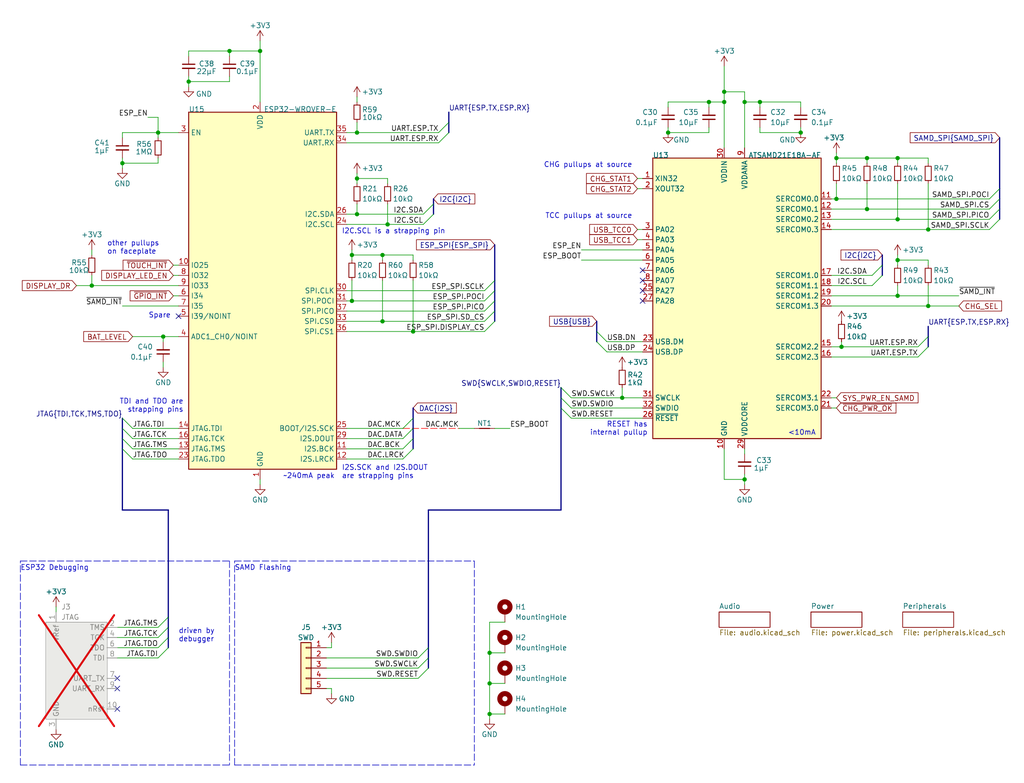
<source format=kicad_sch>
(kicad_sch (version 20230121) (generator eeschema)
  (paper "User" 254.991 194.996)
  (title_block (title "TANGARA") (date "2023-12-21") (rev "4") (company "made by jacqueline") (comment 1 "SPDX-License-Identifier: CERN-OHL-S-2.0"))
  (lib_symbols
    (symbol "Connector_Generic:Conn_01x05" (pin_names (offset 1.016) hide)
      (property "Reference" "J" (at 0 7.62 0))
      (property "Value" "Conn_01x05" (at 0 -7.62 0))
      (symbol "Conn_01x05_1_1"
        (rectangle (start -1.27 -4.953) (end 0 -5.207) (stroke (width 0.1524)))
        (rectangle (start -1.27 -2.413) (end 0 -2.667) (stroke (width 0.1524)))
        (rectangle (start -1.27 0.127) (end 0 -0.127) (stroke (width 0.1524)))
        (rectangle (start -1.27 2.667) (end 0 2.413) (stroke (width 0.1524)))
        (rectangle (start -1.27 5.207) (end 0 4.953) (stroke (width 0.1524)))
        (rectangle (start -1.27 6.35) (end 1.27 -6.35) (stroke (width 0.254)) (fill (type background)))
        (pin passive line (at -5.08 5.08 0) (length 3.81) (name "Pin_1") (number "1"))
        (pin passive line (at -5.08 2.54 0) (length 3.81) (name "Pin_2") (number "2"))
        (pin passive line (at -5.08 0 0) (length 3.81) (name "Pin_3") (number "3"))
        (pin passive line (at -5.08 -2.54 0) (length 3.81) (name "Pin_4") (number "4"))
        (pin passive line (at -5.08 -5.08 0) (length 3.81) (name "Pin_5") (number "5"))
      )
    )
    (symbol "Device:C_Small" (pin_numbers hide) (pin_names (offset 0.254) hide)
      (property "Reference" "C" (at 0.254 1.778 0))
      (property "Value" "C_Small" (at 0.254 -2.032 0))
      (symbol "C_Small_0_1"
        (polyline (pts (xy -1.524 -0.508) (xy 1.524 -0.508)) (stroke (width 0.3302)))
        (polyline (pts (xy -1.524 0.508) (xy 1.524 0.508)) (stroke (width 0.3048)))
      )
      (symbol "C_Small_1_1"
        (pin passive line (at 0 2.54 270) (length 2.032) (name "~") (number "1"))
        (pin passive line (at 0 -2.54 90) (length 2.032) (name "~") (number "2"))
      )
    )
    (symbol "Device:NetTie_2" (pin_numbers hide) (pin_names (offset 0) hide) (in_bom no)
      (property "Reference" "NT" (at 0 1.27 0))
      (property "Value" "NetTie_2" (at 0 -1.27 0))
      (symbol "NetTie_2_0_1"
        (polyline (pts (xy -1.27 0) (xy 1.27 0)) (stroke (width 0.254)))
      )
      (symbol "NetTie_2_1_1"
        (pin passive line (at -2.54 0 0) (length 2.54) (name "1") (number "1"))
        (pin passive line (at 2.54 0 180) (length 2.54) (name "2") (number "2"))
      )
    )
    (symbol "Device:R_Small" (pin_numbers hide) (pin_names (offset 0.254) hide)
      (property "Reference" "R" (at 0.762 0.508 0))
      (property "Value" "R_Small" (at 0.762 -1.016 0))
      (symbol "R_Small_0_1"
        (rectangle (start -0.762 1.778) (end 0.762 -1.778) (stroke (width 0.2032)))
      )
      (symbol "R_Small_1_1"
        (pin passive line (at 0 2.54 270) (length 0.762) (name "~") (number "1"))
        (pin passive line (at 0 -2.54 90) (length 0.762) (name "~") (number "2"))
      )
    )
    (symbol "Mechanical:MountingHole_Pad" (pin_numbers hide) (pin_names (offset 1.016) hide)
      (property "Reference" "H" (at 0 6.35 0))
      (property "Value" "MountingHole_Pad" (at 0 4.445 0))
      (symbol "MountingHole_Pad_0_1"
        (circle (center 0 1.27) (radius 1.27) (stroke (width 1.27)))
      )
      (symbol "MountingHole_Pad_1_1"
        (pin input line (at 0 -2.54 90) (length 2.54) (name "1") (number "1"))
      )
    )
    (symbol "power:+3V3" (power) (pin_names (offset 0))
      (property "Value" "+3V3" (at 0 3.556 0))
      (symbol "+3V3_0_1"
        (polyline (pts (xy -0.762 1.27) (xy 0 2.54)))
        (polyline (pts (xy 0 0) (xy 0 2.54)))
        (polyline (pts (xy 0 2.54) (xy 0.762 1.27)))
      )
      (symbol "+3V3_1_1"
        (pin power_in line (at 0 0 90) (length 0) hide (name "+3V3") (number "1"))
      )
    )
    (symbol "power:GND" (power) (pin_names (offset 0))
      (property "Value" "GND" (at 0 -3.81 0))
      (symbol "GND_0_1"
        (polyline (pts (xy 0 0) (xy 0 -1.27) (xy 1.27 -1.27) (xy 0 -2.54) (xy -1.27 -1.27) (xy 0 -1.27)))
      )
      (symbol "GND_1_1"
        (pin power_in line (at 0 0 270) (length 0) hide (name "GND") (number "1"))
      )
    )
    (symbol "symbols:ATSAMD21E15A-A"
      (property "Reference" "U" (at 0 15.24 0))
      (property "Value" "ATSAMD21E15A-A" (at 0 10.16 0))
      (symbol "ATSAMD21E15A-A_1_1"
        (rectangle (start -20.32 45.72) (end 21.59 -24.13) (stroke (width 0.254)) (fill (type background)))
        (pin bidirectional line (at -22.86 40.64 0) (length 2.54) (name "XIN32") (number "1"))
        (pin power_in line (at -2.54 -26.67 90) (length 2.54) (name "GND") (number "10"))
        (pin bidirectional line (at 24.13 35.56 180) (length 2.54) (name "SERCOM0.0") (number "11"))
        (pin bidirectional line (at 24.13 33.02 180) (length 2.54) (name "SERCOM0.1") (number "12"))
        (pin bidirectional line (at 24.13 30.48 180) (length 2.54) (name "SERCOM0.2") (number "13"))
        (pin bidirectional line (at 24.13 27.94 180) (length 2.54) (name "SERCOM0.3") (number "14"))
        (pin bidirectional line (at 24.13 -1.27 180) (length 2.54) (name "SERCOM2.2") (number "15"))
        (pin bidirectional line (at 24.13 -3.81 180) (length 2.54) (name "SERCOM2.3") (number "16"))
        (pin bidirectional line (at 24.13 16.51 180) (length 2.54) (name "SERCOM1.0") (number "17"))
        (pin bidirectional line (at 24.13 13.97 180) (length 2.54) (name "SERCOM1.1") (number "18"))
        (pin bidirectional line (at 24.13 11.43 180) (length 2.54) (name "SERCOM1.2") (number "19"))
        (pin bidirectional line (at -22.86 38.1 0) (length 2.54) (name "XOUT32") (number "2"))
        (pin bidirectional line (at 24.13 8.89 180) (length 2.54) (name "SERCOM1.3") (number "20"))
        (pin bidirectional line (at 24.13 -16.51 180) (length 2.54) (name "SERCOM3.0") (number "21"))
        (pin bidirectional line (at 24.13 -13.97 180) (length 2.54) (name "SERCOM3.1") (number "22"))
        (pin bidirectional line (at -22.86 0 0) (length 2.54) (name "USB.DM") (number "23"))
        (pin bidirectional line (at -22.86 -2.54 0) (length 2.54) (name "USB.DP") (number "24"))
        (pin bidirectional line (at -22.86 12.7 0) (length 2.54) (name "PA27") (number "25"))
        (pin input line (at -22.86 -19.05 0) (length 2.54) (name "~{RESET}") (number "26"))
        (pin bidirectional line (at -22.86 10.16 0) (length 2.54) (name "PA28") (number "27"))
        (pin power_in line (at -2.54 -26.67 90) (length 2.54) hide (name "GND") (number "28"))
        (pin power_out line (at 2.54 -26.67 90) (length 2.54) (name "VDDCORE") (number "29"))
        (pin bidirectional line (at -22.86 27.94 0) (length 2.54) (name "PA02") (number "3"))
        (pin power_in line (at -2.54 48.26 270) (length 2.54) (name "VDDIN") (number "30"))
        (pin bidirectional line (at -22.86 -13.97 0) (length 2.54) (name "SWCLK") (number "31"))
        (pin bidirectional line (at -22.86 -16.51 0) (length 2.54) (name "SWDIO") (number "32"))
        (pin bidirectional line (at -22.86 25.4 0) (length 2.54) (name "PA03") (number "4"))
        (pin bidirectional line (at -22.86 22.86 0) (length 2.54) (name "PA04") (number "5"))
        (pin bidirectional line (at -22.86 20.32 0) (length 2.54) (name "PA05") (number "6"))
        (pin bidirectional line (at -22.86 17.78 0) (length 2.54) (name "PA06") (number "7"))
        (pin bidirectional line (at -22.86 15.24 0) (length 2.54) (name "PA07") (number "8"))
        (pin power_in line (at 2.54 48.26 270) (length 2.54) (name "VDDANA") (number "9"))
      )
    )
    (symbol "symbols:BMDU"
      (property "Reference" "U" (at -5.08 6.35 0))
      (property "Value" "BMDU" (at -5.08 6.35 0))
      (symbol "BMDU_0_0"
        (pin power_in line (at -5.08 20.32 270) (length 2.54) (name "vRef") (number "1"))
        (pin output line (at 10.16 -3.81 180) (length 2.54) (name "nRst") (number "10"))
        (pin output line (at 10.16 16.51 180) (length 2.54) (name "TMS") (number "2"))
        (pin power_in line (at -5.08 -8.89 90) (length 2.54) (name "GND") (number "3"))
        (pin output line (at 10.16 13.97 180) (length 2.54) (name "TCK") (number "4"))
        (pin power_in line (at -5.08 -8.89 90) (length 2.54) hide (name "GND") (number "5"))
        (pin output line (at 10.16 11.43 180) (length 2.54) (name "TDO") (number "6"))
        (pin output line (at 10.16 3.81 180) (length 2.54) (name "UART_TX") (number "7"))
        (pin input line (at 10.16 8.89 180) (length 2.54) (name "TDI") (number "8"))
        (pin input line (at 10.16 1.27 180) (length 2.54) (name "UART_RX") (number "9"))
      )
      (symbol "BMDU_0_1"
        (rectangle (start -7.62 17.78) (end 7.62 -6.35) (fill (type background)))
      )
    )
    (symbol "symbols:ESP32-WROOM"
      (property "Reference" "U" (at -17.78 34.29 0))
      (property "Value" "ESP32-WROOM" (at -3.81 34.29 0))
      (symbol "ESP32-WROOM_0_1"
        (rectangle (start -17.78 33.02) (end 19.05 -55.88) (stroke (width 0.254)) (fill (type background)))
      )
      (symbol "ESP32-WROOM_1_1"
        (pin power_in line (at 0 -58.42 90) (length 2.54) (name "GND") (number "1"))
        (pin bidirectional line (at -20.32 -5.08 0) (length 2.54) (name "IO25") (number "10"))
        (pin bidirectional line (at 21.59 -50.8 180) (length 2.54) (name "I2S.BCK") (number "11"))
        (pin bidirectional line (at 21.59 -53.34 180) (length 2.54) (name "I2S.LRCK") (number "12"))
        (pin bidirectional line (at -20.32 -50.8 0) (length 2.54) (name "JTAG.TMS") (number "13"))
        (pin bidirectional line (at -20.32 -45.72 0) (length 2.54) (name "JTAG.TDI") (number "14"))
        (pin power_in line (at 0 -58.42 90) (length 2.54) hide (name "GND") (number "15"))
        (pin bidirectional line (at -20.32 -48.26 0) (length 2.54) (name "JTAG.TCK") (number "16"))
        (pin no_connect line (at -17.78 16.51 0) (length 2.54) hide (name "SHD/SD2") (number "17"))
        (pin no_connect line (at -17.78 13.97 0) (length 2.54) hide (name "SWP/SD3") (number "18"))
        (pin no_connect line (at -17.78 8.89 0) (length 2.54) hide (name "SCS/CMD") (number "19"))
        (pin power_in line (at 0 35.56 270) (length 2.54) (name "VDD") (number "2"))
        (pin no_connect line (at -17.78 11.43 0) (length 2.54) hide (name "SCK/CLK") (number "20"))
        (pin no_connect line (at -17.78 21.59 0) (length 2.54) hide (name "SDO/SD0") (number "21"))
        (pin no_connect line (at -17.78 19.05 0) (length 2.54) hide (name "SDI/SD1") (number "22"))
        (pin bidirectional line (at -20.32 -53.34 0) (length 2.54) (name "JTAG.TDO") (number "23"))
        (pin bidirectional line (at 21.59 5.08 180) (length 2.54) (name "I2C.SCL") (number "24"))
        (pin bidirectional line (at 21.59 -45.72 180) (length 2.54) (name "BOOT/I2S.SCK") (number "25"))
        (pin bidirectional line (at 21.59 7.62 180) (length 2.54) (name "I2C.SDA") (number "26"))
        (pin no_connect line (at -17.78 6.35 0) (length 2.54) hide (name "IO16") (number "27"))
        (pin no_connect line (at -17.78 3.81 0) (length 2.54) hide (name "IO17") (number "28"))
        (pin bidirectional line (at 21.59 -48.26 180) (length 2.54) (name "I2S.DOUT") (number "29"))
        (pin input line (at -20.32 27.94 0) (length 2.54) (name "EN") (number "3"))
        (pin bidirectional line (at 21.59 -11.43 180) (length 2.54) (name "SPI.CLK") (number "30"))
        (pin bidirectional line (at 21.59 -13.97 180) (length 2.54) (name "SPI.POCI") (number "31"))
        (pin no_connect line (at -17.78 1.27 0) (length 2.54) hide (name "NC") (number "32"))
        (pin bidirectional line (at 21.59 -19.05 180) (length 2.54) (name "SPI.CS0") (number "33"))
        (pin bidirectional line (at 21.59 25.4 180) (length 2.54) (name "UART.RX") (number "34"))
        (pin bidirectional line (at 21.59 27.94 180) (length 2.54) (name "UART.TX") (number "35"))
        (pin bidirectional line (at 21.59 -21.59 180) (length 2.54) (name "SPI.CS1") (number "36"))
        (pin bidirectional line (at 21.59 -16.51 180) (length 2.54) (name "SPI.PICO") (number "37"))
        (pin power_in line (at 0 -58.42 90) (length 2.54) hide (name "GND") (number "38"))
        (pin power_in line (at 0 -58.42 90) (length 2.54) hide (name "GND") (number "39"))
        (pin input line (at -20.32 -22.86 0) (length 2.54) (name "ADC1_CH0/NOINT") (number "4"))
        (pin input line (at -20.32 -17.78 0) (length 2.54) (name "I39/NOINT") (number "5"))
        (pin input line (at -20.32 -12.7 0) (length 2.54) (name "I34") (number "6"))
        (pin input line (at -20.32 -15.24 0) (length 2.54) (name "I35") (number "7"))
        (pin bidirectional line (at -20.32 -7.62 0) (length 2.54) (name "IO32") (number "8"))
        (pin bidirectional line (at -20.32 -10.16 0) (length 2.54) (name "IO33") (number "9"))
      )
    )
  )
  (bus_alias "ESP_SPI" (members "SCLK" "POCI" "PICO" "SD_CS" "DISPLAY_CS"))
  (bus_alias "I2C" (members "SDA" "SCL"))
  (bus_alias "I2S" (members "MCK" "BCK" "LRCK" "DATA"))
  (bus_alias "USB" (members "DN" "DP"))
  (bus_alias "SAMD_SPI" (members "SCLK" "POCI" "PICO" "CS"))
  (junction (at 223.52 54.61))
  (junction (at 208.28 49.53))
  (junction (at 96.52 55.88))
  (junction (at 88.9 33.02))
  (junction (at 88.9 44.45))
  (junction (at 223.52 73.66))
  (junction (at 231.14 57.15))
  (junction (at 57.15 12.7))
  (junction (at 102.87 82.55))
  (junction (at 180.34 22.86))
  (junction (at 64.77 12.7))
  (junction (at 87.63 74.93))
  (junction (at 208.28 39.37))
  (junction (at 22.86 71.12))
  (junction (at 185.42 25.4))
  (junction (at 88.9 53.34))
  (junction (at 199.39 33.02))
  (junction (at 215.9 52.07))
  (junction (at 40.64 83.82))
  (junction (at 231.14 76.2))
  (junction (at 154.94 99.06))
  (junction (at 215.9 39.37))
  (junction (at 223.52 39.37))
  (junction (at 30.48 40.64))
  (junction (at 176.53 25.4))
  (junction (at 95.25 80.01))
  (junction (at 39.37 33.02))
  (junction (at 46.99 20.32))
  (junction (at 121.92 162.56))
  (junction (at 189.23 25.4))
  (junction (at 180.34 25.4))
  (junction (at 223.52 64.77))
  (junction (at 166.37 33.02))
  (junction (at 209.55 86.36))
  (junction (at 121.92 177.8))
  (junction (at 95.25 63.5))
  (junction (at 121.92 170.18))
  (junction (at 87.63 63.5))
  (junction (at 185.42 119.38))
  (no_connect (at 160.02 69.85))
  (no_connect (at 44.45 78.74))
  (no_connect (at 160.02 67.31))
  (no_connect (at 160.02 74.93))
  (no_connect (at 29.21 176.53))
  (no_connect (at 29.21 168.91))
  (no_connect (at 160.02 72.39))
  (no_connect (at 29.21 171.45))
  (bus_entry (at 102.87 104.14) (size -2.54 2.54))
  (bus_entry (at 139.7 96.52) (size 2.54 2.54))
  (bus_entry (at 139.7 99.06) (size 2.54 2.54))
  (bus_entry (at 139.7 101.6) (size 2.54 2.54))
  (bus_entry (at 30.48 111.76) (size 2.54 2.54))
  (bus_entry (at 30.48 104.14) (size 2.54 2.54))
  (bus_entry (at 30.48 106.68) (size 2.54 2.54))
  (bus_entry (at 30.48 109.22) (size 2.54 2.54))
  (bus_entry (at 246.38 54.61) (size 2.54 -2.54))
  (bus_entry (at 246.38 52.07) (size 2.54 -2.54))
  (bus_entry (at 246.38 49.53) (size 2.54 -2.54))
  (bus_entry (at 104.14 163.83) (size 2.54 -2.54))
  (bus_entry (at 120.65 74.93) (size 2.54 -2.54))
  (bus_entry (at 120.65 72.39) (size 2.54 -2.54))
  (bus_entry (at 120.65 77.47) (size 2.54 -2.54))
  (bus_entry (at 120.65 82.55) (size 2.54 -2.54))
  (bus_entry (at 120.65 80.01) (size 2.54 -2.54))
  (bus_entry (at 109.22 35.56) (size 2.54 -2.54))
  (bus_entry (at 109.22 33.02) (size 2.54 -2.54))
  (bus_entry (at 39.37 158.75) (size 2.54 -2.54))
  (bus_entry (at 39.37 161.29) (size 2.54 -2.54))
  (bus_entry (at 39.37 156.21) (size 2.54 -2.54))
  (bus_entry (at 39.37 163.83) (size 2.54 -2.54))
  (bus_entry (at 104.14 168.91) (size 2.54 -2.54))
  (bus_entry (at 217.17 68.58) (size 2.54 -2.54))
  (bus_entry (at 246.38 57.15) (size 2.54 -2.54))
  (bus_entry (at 100.33 109.22) (size 2.54 -2.54))
  (bus_entry (at 100.33 114.3) (size 2.54 -2.54))
  (bus_entry (at 100.33 111.76) (size 2.54 -2.54))
  (bus_entry (at 217.17 71.12) (size 2.54 -2.54))
  (bus_entry (at 105.41 53.34) (size 2.54 -2.54))
  (bus_entry (at 105.41 55.88) (size 2.54 -2.54))
  (bus_entry (at 228.6 86.36) (size 2.54 -2.54))
  (bus_entry (at 228.6 88.9) (size 2.54 -2.54))
  (bus_entry (at 104.14 166.37) (size 2.54 -2.54))
  (bus_entry (at 148.59 85.09) (size 2.54 2.54))
  (bus_entry (at 148.59 82.55) (size 2.54 2.54))
  (bus (pts (xy 30.48 104.14) (xy 30.48 106.68)))
  (wire (pts (xy 231.14 71.12) (xy 231.14 76.2)))
  (wire (pts (xy 180.34 119.38) (xy 185.42 119.38)))
  (wire (pts (xy 207.01 71.12) (xy 217.17 71.12)))
  (bus (pts (xy 248.92 52.07) (xy 248.92 54.61)))
  (wire (pts (xy 87.63 69.85) (xy 87.63 74.93)))
  (wire (pts (xy 223.52 64.77) (xy 231.14 64.77)))
  (wire (pts (xy 39.37 39.37) (xy 39.37 40.64)))
  (wire (pts (xy 189.23 33.02) (xy 189.23 31.75)))
  (wire (pts (xy 121.92 162.56) (xy 121.92 170.18)))
  (bus (pts (xy 102.87 104.14) (xy 102.87 106.68)))
  (wire (pts (xy 33.02 83.82) (xy 40.64 83.82)))
  (wire (pts (xy 102.87 63.5) (xy 102.87 64.77)))
  (wire (pts (xy 154.94 99.06) (xy 160.02 99.06)))
  (wire (pts (xy 19.05 71.12) (xy 22.86 71.12)))
  (polyline (pts (xy 118.11 139.7) (xy 118.11 190.5)) (stroke (width 0) (type dash)))
  (wire (pts (xy 87.63 74.93) (xy 120.65 74.93)))
  (wire (pts (xy 151.13 87.63) (xy 160.02 87.63)))
  (bus (pts (xy 41.91 153.67) (xy 41.91 156.21)))
  (wire (pts (xy 209.55 85.09) (xy 209.55 86.36)))
  (wire (pts (xy 199.39 25.4) (xy 199.39 26.67)))
  (wire (pts (xy 223.52 39.37) (xy 231.14 39.37)))
  (wire (pts (xy 81.28 166.37) (xy 104.14 166.37)))
  (wire (pts (xy 57.15 12.7) (xy 64.77 12.7)))
  (wire (pts (xy 86.36 72.39) (xy 120.65 72.39)))
  (wire (pts (xy 125.73 154.94) (xy 121.92 154.94)))
  (wire (pts (xy 142.24 99.06) (xy 154.94 99.06)))
  (wire (pts (xy 40.64 85.09) (xy 40.64 83.82)))
  (bus (pts (xy 148.59 80.01) (xy 148.59 82.55)))
  (wire (pts (xy 30.48 40.64) (xy 39.37 40.64)))
  (wire (pts (xy 82.55 160.02) (xy 82.55 161.29)))
  (bus (pts (xy 102.87 106.68) (xy 102.87 109.22)))
  (bus (pts (xy 139.7 96.52) (xy 139.7 99.06)))
  (bus (pts (xy 111.76 30.48) (xy 111.76 33.02)))
  (wire (pts (xy 207.01 76.2) (xy 231.14 76.2)))
  (wire (pts (xy 176.53 25.4) (xy 166.37 25.4)))
  (wire (pts (xy 158.75 57.15) (xy 160.02 57.15)))
  (wire (pts (xy 30.48 39.37) (xy 30.48 40.64)))
  (wire (pts (xy 158.75 46.99) (xy 160.02 46.99)))
  (wire (pts (xy 223.52 64.77) (xy 223.52 66.04)))
  (polyline (pts (xy 58.42 139.7) (xy 118.11 139.7)) (stroke (width 0) (type dash)))
  (wire (pts (xy 36.83 29.21) (xy 39.37 29.21)))
  (wire (pts (xy 114.3 106.68) (xy 118.11 106.68)))
  (wire (pts (xy 223.52 54.61) (xy 246.38 54.61)))
  (wire (pts (xy 151.13 85.09) (xy 160.02 85.09)))
  (wire (pts (xy 64.77 12.7) (xy 64.77 25.4)))
  (wire (pts (xy 180.34 22.86) (xy 180.34 25.4)))
  (wire (pts (xy 231.14 76.2) (xy 238.76 76.2)))
  (wire (pts (xy 95.25 69.85) (xy 95.25 80.01)))
  (wire (pts (xy 158.75 44.45) (xy 160.02 44.45)))
  (wire (pts (xy 82.55 172.72) (xy 82.55 171.45)))
  (wire (pts (xy 223.52 45.72) (xy 223.52 54.61)))
  (wire (pts (xy 215.9 40.64) (xy 215.9 39.37)))
  (wire (pts (xy 121.92 177.8) (xy 121.92 179.07)))
  (wire (pts (xy 185.42 25.4) (xy 185.42 36.83)))
  (wire (pts (xy 33.02 109.22) (xy 44.45 109.22)))
  (wire (pts (xy 207.01 73.66) (xy 223.52 73.66)))
  (bus (pts (xy 219.71 66.04) (xy 219.71 68.58)))
  (wire (pts (xy 208.28 45.72) (xy 208.28 49.53)))
  (wire (pts (xy 207.01 68.58) (xy 217.17 68.58)))
  (wire (pts (xy 207.01 52.07) (xy 215.9 52.07)))
  (wire (pts (xy 123.19 106.68) (xy 127 106.68)))
  (wire (pts (xy 13.97 151.13) (xy 13.97 152.4)))
  (wire (pts (xy 81.28 168.91) (xy 104.14 168.91)))
  (wire (pts (xy 64.77 10.16) (xy 64.77 12.7)))
  (bus (pts (xy 139.7 99.06) (xy 139.7 101.6)))
  (bus (pts (xy 106.68 163.83) (xy 106.68 166.37)))
  (wire (pts (xy 154.94 96.52) (xy 154.94 99.06)))
  (wire (pts (xy 33.02 106.68) (xy 44.45 106.68)))
  (wire (pts (xy 22.86 62.23) (xy 22.86 63.5)))
  (polyline (pts (xy 5.08 190.5) (xy 5.08 139.7)) (stroke (width 0) (type dash)))
  (wire (pts (xy 87.63 63.5) (xy 95.25 63.5)))
  (wire (pts (xy 33.02 111.76) (xy 44.45 111.76)))
  (wire (pts (xy 46.99 21.59) (xy 46.99 20.32)))
  (wire (pts (xy 176.53 25.4) (xy 176.53 26.67)))
  (wire (pts (xy 57.15 19.05) (xy 57.15 20.32)))
  (wire (pts (xy 223.52 40.64) (xy 223.52 39.37)))
  (wire (pts (xy 46.99 12.7) (xy 46.99 13.97)))
  (wire (pts (xy 166.37 25.4) (xy 166.37 26.67)))
  (bus (pts (xy 123.19 77.47) (xy 123.19 74.93)))
  (wire (pts (xy 86.36 114.3) (xy 100.33 114.3)))
  (wire (pts (xy 207.01 86.36) (xy 209.55 86.36)))
  (wire (pts (xy 88.9 50.8) (xy 88.9 53.34)))
  (wire (pts (xy 189.23 33.02) (xy 199.39 33.02)))
  (bus (pts (xy 102.87 109.22) (xy 102.87 111.76)))
  (wire (pts (xy 142.24 101.6) (xy 160.02 101.6)))
  (bus (pts (xy 139.7 101.6) (xy 139.7 127)))
  (wire (pts (xy 144.78 62.23) (xy 160.02 62.23)))
  (wire (pts (xy 29.21 158.75) (xy 39.37 158.75)))
  (bus (pts (xy 30.48 109.22) (xy 30.48 111.76)))
  (wire (pts (xy 46.99 12.7) (xy 57.15 12.7)))
  (wire (pts (xy 33.02 114.3) (xy 44.45 114.3)))
  (wire (pts (xy 88.9 30.48) (xy 88.9 33.02)))
  (wire (pts (xy 102.87 69.85) (xy 102.87 82.55)))
  (wire (pts (xy 231.14 39.37) (xy 231.14 40.64)))
  (wire (pts (xy 86.36 53.34) (xy 88.9 53.34)))
  (wire (pts (xy 185.42 22.86) (xy 185.42 25.4)))
  (wire (pts (xy 86.36 77.47) (xy 120.65 77.47)))
  (bus (pts (xy 148.59 82.55) (xy 148.59 85.09)))
  (wire (pts (xy 208.28 38.1) (xy 208.28 39.37)))
  (polyline (pts (xy 58.42 190.5) (xy 58.42 139.7)) (stroke (width 0) (type dash)))
  (wire (pts (xy 29.21 161.29) (xy 39.37 161.29)))
  (wire (pts (xy 87.63 63.5) (xy 87.63 64.77)))
  (wire (pts (xy 185.42 118.11) (xy 185.42 119.38)))
  (wire (pts (xy 29.21 163.83) (xy 39.37 163.83)))
  (wire (pts (xy 208.28 49.53) (xy 207.01 49.53)))
  (wire (pts (xy 121.92 154.94) (xy 121.92 162.56)))
  (wire (pts (xy 231.14 45.72) (xy 231.14 57.15)))
  (bus (pts (xy 139.7 127) (xy 106.68 127)))
  (wire (pts (xy 88.9 24.13) (xy 88.9 25.4)))
  (polyline (pts (xy 58.42 190.5) (xy 118.11 190.5)) (stroke (width 0) (type dash)))
  (wire (pts (xy 208.28 99.06) (xy 207.01 99.06)))
  (wire (pts (xy 81.28 163.83) (xy 104.14 163.83)))
  (wire (pts (xy 43.18 66.04) (xy 44.45 66.04)))
  (wire (pts (xy 231.14 57.15) (xy 246.38 57.15)))
  (wire (pts (xy 86.36 33.02) (xy 88.9 33.02)))
  (wire (pts (xy 88.9 53.34) (xy 105.41 53.34)))
  (wire (pts (xy 199.39 31.75) (xy 199.39 33.02)))
  (wire (pts (xy 180.34 22.86) (xy 185.42 22.86)))
  (wire (pts (xy 223.52 63.5) (xy 223.52 64.77)))
  (wire (pts (xy 215.9 45.72) (xy 215.9 52.07)))
  (wire (pts (xy 64.77 119.38) (xy 64.77 120.65)))
  (wire (pts (xy 180.34 16.51) (xy 180.34 22.86)))
  (wire (pts (xy 29.21 156.21) (xy 39.37 156.21)))
  (wire (pts (xy 207.01 54.61) (xy 223.52 54.61)))
  (wire (pts (xy 215.9 52.07) (xy 246.38 52.07)))
  (wire (pts (xy 207.01 88.9) (xy 228.6 88.9)))
  (bus (pts (xy 123.19 60.96) (xy 123.19 69.85)))
  (wire (pts (xy 30.48 40.64) (xy 30.48 41.91)))
  (wire (pts (xy 166.37 31.75) (xy 166.37 33.02)))
  (bus (pts (xy 123.19 80.01) (xy 123.19 77.47)))
  (wire (pts (xy 121.92 170.18) (xy 121.92 177.8)))
  (bus (pts (xy 123.19 74.93) (xy 123.19 72.39)))
  (wire (pts (xy 208.28 39.37) (xy 215.9 39.37)))
  (bus (pts (xy 107.95 50.8) (xy 107.95 53.34)))
  (wire (pts (xy 30.48 33.02) (xy 39.37 33.02)))
  (bus (pts (xy 111.76 27.94) (xy 111.76 30.48)))
  (wire (pts (xy 102.87 82.55) (xy 120.65 82.55)))
  (wire (pts (xy 208.28 40.64) (xy 208.28 39.37)))
  (wire (pts (xy 22.86 68.58) (xy 22.86 71.12)))
  (wire (pts (xy 95.25 63.5) (xy 95.25 64.77)))
  (wire (pts (xy 88.9 33.02) (xy 109.22 33.02)))
  (wire (pts (xy 223.52 73.66) (xy 238.76 73.66)))
  (wire (pts (xy 88.9 45.72) (xy 88.9 44.45)))
  (wire (pts (xy 215.9 39.37) (xy 223.52 39.37)))
  (wire (pts (xy 180.34 111.76) (xy 180.34 119.38)))
  (wire (pts (xy 86.36 82.55) (xy 102.87 82.55)))
  (wire (pts (xy 144.78 64.77) (xy 160.02 64.77)))
  (wire (pts (xy 86.36 55.88) (xy 96.52 55.88)))
  (polyline (pts (xy 100.33 106.68) (xy 114.3 106.68)) (stroke (width 0) (type dash) (color 255 6 6 1)))
  (wire (pts (xy 30.48 34.29) (xy 30.48 33.02)))
  (polyline (pts (xy 5.08 139.7) (xy 57.15 139.7)) (stroke (width 0) (type dash)))
  (wire (pts (xy 22.86 71.12) (xy 44.45 71.12)))
  (wire (pts (xy 86.36 106.68) (xy 100.33 106.68)))
  (bus (pts (xy 123.19 72.39) (xy 123.19 69.85)))
  (wire (pts (xy 86.36 109.22) (xy 100.33 109.22)))
  (wire (pts (xy 96.52 50.8) (xy 96.52 55.88)))
  (wire (pts (xy 43.18 68.58) (xy 44.45 68.58)))
  (wire (pts (xy 180.34 25.4) (xy 180.34 36.83)))
  (wire (pts (xy 185.42 25.4) (xy 189.23 25.4)))
  (bus (pts (xy 106.68 127) (xy 106.68 161.29)))
  (wire (pts (xy 207.01 57.15) (xy 231.14 57.15)))
  (bus (pts (xy 231.14 83.82) (xy 231.14 86.36)))
  (bus (pts (xy 41.91 156.21) (xy 41.91 158.75)))
  (wire (pts (xy 121.92 170.18) (xy 125.73 170.18)))
  (wire (pts (xy 208.28 49.53) (xy 246.38 49.53)))
  (wire (pts (xy 88.9 43.18) (xy 88.9 44.45)))
  (wire (pts (xy 189.23 25.4) (xy 199.39 25.4)))
  (wire (pts (xy 231.14 64.77) (xy 231.14 66.04)))
  (wire (pts (xy 121.92 177.8) (xy 125.73 177.8)))
  (wire (pts (xy 88.9 44.45) (xy 96.52 44.45)))
  (wire (pts (xy 40.64 83.82) (xy 44.45 83.82)))
  (bus (pts (xy 107.95 49.53) (xy 107.95 50.8)))
  (wire (pts (xy 82.55 171.45) (xy 81.28 171.45)))
  (wire (pts (xy 46.99 20.32) (xy 57.15 20.32)))
  (bus (pts (xy 248.92 46.99) (xy 248.92 49.53)))
  (wire (pts (xy 176.53 33.02) (xy 176.53 31.75)))
  (wire (pts (xy 82.55 161.29) (xy 81.28 161.29)))
  (bus (pts (xy 30.48 106.68) (xy 30.48 109.22)))
  (wire (pts (xy 57.15 12.7) (xy 57.15 13.97)))
  (bus (pts (xy 102.87 101.6) (xy 102.87 104.14)))
  (wire (pts (xy 39.37 33.02) (xy 44.45 33.02)))
  (bus (pts (xy 248.92 49.53) (xy 248.92 52.07)))
  (bus (pts (xy 30.48 111.76) (xy 30.48 127)))
  (wire (pts (xy 180.34 25.4) (xy 176.53 25.4)))
  (wire (pts (xy 185.42 113.03) (xy 185.42 111.76)))
  (wire (pts (xy 46.99 20.32) (xy 46.99 19.05)))
  (wire (pts (xy 223.52 71.12) (xy 223.52 73.66)))
  (wire (pts (xy 95.25 63.5) (xy 102.87 63.5)))
  (wire (pts (xy 39.37 34.29) (xy 39.37 33.02)))
  (bus (pts (xy 30.48 127) (xy 41.91 127)))
  (wire (pts (xy 185.42 119.38) (xy 185.42 120.65)))
  (wire (pts (xy 86.36 35.56) (xy 109.22 35.56)))
  (wire (pts (xy 189.23 25.4) (xy 189.23 26.67)))
  (bus (pts (xy 219.71 63.5) (xy 219.71 66.04)))
  (wire (pts (xy 96.52 55.88) (xy 105.41 55.88)))
  (wire (pts (xy 95.25 80.01) (xy 120.65 80.01)))
  (wire (pts (xy 86.36 111.76) (xy 100.33 111.76)))
  (polyline (pts (xy 5.08 190.5) (xy 57.15 190.5)) (stroke (width 0) (type dash)))
  (wire (pts (xy 86.36 80.01) (xy 95.25 80.01)))
  (wire (pts (xy 43.18 73.66) (xy 44.45 73.66)))
  (wire (pts (xy 176.53 33.02) (xy 166.37 33.02)))
  (wire (pts (xy 121.92 162.56) (xy 125.73 162.56)))
  (wire (pts (xy 40.64 91.44) (xy 40.64 90.17)))
  (polyline (pts (xy 57.15 139.7) (xy 57.15 190.5)) (stroke (width 0) (type dash)))
  (wire (pts (xy 86.36 74.93) (xy 87.63 74.93)))
  (bus (pts (xy 106.68 161.29) (xy 106.68 163.83)))
  (wire (pts (xy 30.48 76.2) (xy 44.45 76.2)))
  (wire (pts (xy 158.75 59.69) (xy 160.02 59.69)))
  (bus (pts (xy 41.91 127) (xy 41.91 153.67)))
  (bus (pts (xy 248.92 34.29) (xy 248.92 46.99)))
  (wire (pts (xy 209.55 86.36) (xy 228.6 86.36)))
  (wire (pts (xy 87.63 62.23) (xy 87.63 63.5)))
  (wire (pts (xy 142.24 104.14) (xy 160.02 104.14)))
  (wire (pts (xy 208.28 101.6) (xy 207.01 101.6)))
  (bus (pts (xy 41.91 158.75) (xy 41.91 161.29)))
  (wire (pts (xy 39.37 33.02) (xy 39.37 29.21)))
  (wire (pts (xy 96.52 44.45) (xy 96.52 45.72)))
  (bus (pts (xy 231.14 81.28) (xy 231.14 83.82)))
  (text "<10mA" (at 196.215 108.585 0) (effects (font (size 1.27 1.27)) (justify left bottom)))
  (text "TCC pullups at source" (at 157.48 54.61 0) (effects (font (size 1.27 1.27)) (justify right bottom)))
  (text "CHG pullups at source" (at 157.48 41.91 0) (effects (font (size 1.27 1.27)) (justify right bottom)))
  (text "driven by\ndebugger" (at 44.45 160.02 0) (effects (font (size 1.27 1.27)) (justify left bottom)))
  (text "~240mA peak" (at 70.485 119.38 0) (effects (font (size 1.27 1.27)) (justify left bottom)))
  (text "Spare" (at 42.545 79.375 0) (effects (font (size 1.27 1.27)) (justify right bottom)))
  (text "RESET has\ninternal pullup" (at 161.29 108.585 0) (effects (font (size 1.27 1.27)) (justify right bottom)))
  (text "SAMD Flashing" (at 58.42 142.24 0) (effects (font (size 1.27 1.27)) (justify left bottom)))
  (text "I2S.SCK and I2S.DOUT\nare strapping pins" (at 85.09 119.38 0) (effects (font (size 1.27 1.27)) (justify left bottom)))
  (text "ESP32 Debugging" (at 5.08 142.24 0) (effects (font (size 1.27 1.27)) (justify left bottom)))
  (text "other pullups\non faceplate" (at 26.67 63.5 0) (effects (font (size 1.27 1.27)) (justify left bottom)))
  (text "I2C.SCL is a strapping pin" (at 85.09 58.42 0) (effects (font (size 1.27 1.27)) (justify left bottom)))
  (text "TDI and TDO are\nstrapping pins" (at 45.72 102.87 0) (effects (font (size 1.27 1.27)) (justify right bottom)))
  (label "~{SAMD_INT}" (at 238.76 73.66 0))
  (label "UART.ESP.TX" (at 109.22 33.02 180))
  (label "DAC.BCK" (at 91.44 111.76 0))
  (label "JTAG.TCK" (at 39.37 158.75 180))
  (label "UART{ESP.TX,ESP.RX}" (at 231.14 81.28 0))
  (label "ESP_BOOT" (at 144.78 64.77 180))
  (label "ESP_SPI.DISPLAY_CS" (at 120.65 82.55 180))
  (label "SAMD_SPI.SCLK" (at 246.38 57.15 180))
  (label "I2C.SCL" (at 215.9 71.12 180))
  (label "DAC.MCK" (at 91.44 106.68 0))
  (label "I2C.SDA" (at 105.41 53.34 180))
  (label "SWD.SWCLK" (at 142.24 99.06 0))
  (label "ESP_SPI.SCLK" (at 120.65 72.39 180))
  (label "JTAG.TDO" (at 39.37 161.29 180))
  (label "JTAG.TCK" (at 33.02 109.22 0))
  (label "DAC.MCK" (at 114.3 106.68 180))
  (label "SAMD_SPI.PICO" (at 246.38 54.61 180))
  (label "SWD.RESET" (at 142.24 104.14 0))
  (label "SWD{SWCLK,SWDIO,RESET}" (at 139.7 96.52 180))
  (label "SWD.SWDIO" (at 142.24 101.6 0))
  (label "SWD.RESET" (at 104.14 168.91 180))
  (label "JTAG.TDO" (at 33.02 114.3 0))
  (label "I2C.SCL" (at 105.41 55.88 180))
  (label "ESP_SPI.POCI" (at 120.65 74.93 180))
  (label "SAMD_SPI.CS" (at 246.38 52.07 180))
  (label "UART{ESP.TX,ESP.RX}" (at 111.76 27.94 0))
  (label "ESP_EN" (at 144.78 62.23 180))
  (label "~{SAMD_INT}" (at 30.48 76.2 180))
  (label "JTAG{TDI,TCK,TMS,TDO}" (at 30.48 104.14 180))
  (label "ESP_SPI.PICO" (at 120.65 77.47 180))
  (label "DAC.DATA" (at 91.44 109.22 0))
  (label "UART.ESP.RX" (at 109.22 35.56 180))
  (label "JTAG.TDI" (at 39.37 163.83 180))
  (label "UART.ESP.TX" (at 228.6 88.9 180))
  (label "SWD.SWCLK" (at 104.14 166.37 180))
  (label "SWD.SWDIO" (at 104.14 163.83 180))
  (label "UART.ESP.RX" (at 228.6 86.36 180))
  (label "SAMD_SPI.POCI" (at 246.38 49.53 180))
  (label "USB.DN" (at 151.13 85.09 0))
  (label "USB.DP" (at 151.13 87.63 0))
  (label "ESP_EN" (at 36.83 29.21 180))
  (label "JTAG.TDI" (at 33.02 106.68 0))
  (label "JTAG.TMS" (at 39.37 156.21 180))
  (label "I2C.SDA" (at 215.9 68.58 180))
  (label "JTAG.TMS" (at 33.02 111.76 0))
  (label "DAC.LRCK" (at 91.44 114.3 0))
  (label "ESP_SPI.SD_CS" (at 120.65 80.01 180))
  (label "ESP_BOOT" (at 127 106.68 0))
  (global_label "~{GPIO_INT}" (shape input) (at 43.18 73.66 180) (property "Intersheetrefs" "${INTERSHEET_REFS}" (effects hide)))
  (global_label "BAT_LEVEL" (shape input) (at 33.02 83.82 180) (property "Intersheetrefs" "${INTERSHEET_REFS}" (effects hide)))
  (global_label "SAMD_SPI{SAMD_SPI}" (shape input) (at 248.92 34.29 180) (property "Intersheetrefs" "${INTERSHEET_REFS}" (effects hide)))
  (global_label "USB{USB}" (shape input) (at 148.59 80.01 180) (property "Intersheetrefs" "${INTERSHEET_REFS}" (effects hide)))
  (global_label "DISPLAY_LED_EN" (shape input) (at 43.18 68.58 180) (property "Intersheetrefs" "${INTERSHEET_REFS}" (effects hide)))
  (global_label "SYS_PWR_EN_SAMD" (shape input) (at 208.28 99.06 0) (property "Intersheetrefs" "${INTERSHEET_REFS}" (effects hide)))
  (global_label "USB_TCC1" (shape input) (at 158.75 59.69 180) (property "Intersheetrefs" "${INTERSHEET_REFS}" (effects hide)))
  (global_label "I2C{I2C}" (shape input) (at 107.95 49.53 0) (property "Intersheetrefs" "${INTERSHEET_REFS}" (effects hide)))
  (global_label "DISPLAY_DR" (shape input) (at 19.05 71.12 180) (property "Intersheetrefs" "${INTERSHEET_REFS}" (effects hide)))
  (global_label "DAC{I2S}" (shape input) (at 102.87 101.6 0) (property "Intersheetrefs" "${INTERSHEET_REFS}" (effects hide)))
  (global_label "I2C{I2C}" (shape input) (at 219.71 63.5 180) (property "Intersheetrefs" "${INTERSHEET_REFS}" (effects hide)))
  (global_label "~{TOUCH_INT}" (shape input) (at 43.18 66.04 180) (property "Intersheetrefs" "${INTERSHEET_REFS}" (effects hide)))
  (global_label "USB_TCC0" (shape input) (at 158.75 57.15 180) (property "Intersheetrefs" "${INTERSHEET_REFS}" (effects hide)))
  (global_label "ESP_SPI{ESP_SPI}" (shape input) (at 123.19 60.96 180) (property "Intersheetrefs" "${INTERSHEET_REFS}" (effects hide)))
  (global_label "~{CHG_PWR_OK}" (shape input) (at 208.28 101.6 0) (property "Intersheetrefs" "${INTERSHEET_REFS}" (effects hide)))
  (global_label "CHG_STAT1" (shape input) (at 158.75 44.45 180) (property "Intersheetrefs" "${INTERSHEET_REFS}" (effects hide)))
  (global_label "CHG_SEL" (shape input) (at 238.76 76.2 0) (property "Intersheetrefs" "${INTERSHEET_REFS}" (effects hide)))
  (global_label "CHG_STAT2" (shape input) (at 158.75 46.99 180) (property "Intersheetrefs" "${INTERSHEET_REFS}" (effects hide)))
  (symbol (lib_id "Device:R_Small") (at 88.9 48.26 0) (unit 1)
    (property "Reference" "R21" (at 90.17 46.99 0) (effects (justify left)))
    (property "Value" "10kΩ" (at 90.17 49.53 0) (effects (justify left)))
    (property "Footprint" "Resistor_SMD:R_0603_1608Metric" (effects hide))
    (property "MPN" "AC0603JR-0710KL" (effects hide))
  )
  (symbol (lib_id "power:+3V3") (at 13.97 151.13 0) (unit 1)
    (property "Reference" "#PWR0101" (effects hide))
    (property "Value" "+3V3" (at 13.97 147.32 0))
  )
  (symbol (lib_id "Device:R_Small") (at 215.9 43.18 0) (unit 1)
    (property "Reference" "R48" (at 217.17 41.91 0) (effects (justify left)))
    (property "Value" "10kΩ" (at 217.17 44.45 0) (effects (justify left)))
    (property "Footprint" "Resistor_SMD:R_0603_1608Metric" (effects hide))
    (property "MPN" "AC0603JR-0710KL" (effects hide))
  )
  (symbol (lib_id "Mechanical:MountingHole_Pad") (at 125.73 175.26 0) (unit 1) (in_bom no)
    (property "Reference" "H4" (at 128.27 173.9899 0) (effects (justify left)))
    (property "Value" "MountingHole" (at 128.27 176.5299 0) (effects (justify left)))
    (property "Footprint" "footprints:MountingHole_2.2mm_M2_Pad_Via2" (effects hide))
  )
  (symbol (lib_id "power:+3V3") (at 82.55 160.02 0) (unit 1)
    (property "Reference" "#PWR0115" (effects hide))
    (property "Value" "+3V3" (at 82.55 156.21 0))
  )
  (symbol (lib_id "power:GND") (at 121.92 179.07 0) (unit 1)
    (property "Reference" "#PWR054" (effects hide))
    (property "Value" "GND" (at 121.92 182.88 0))
  )
  (symbol (lib_id "symbols:ESP32-WROOM") (at 64.77 60.96 0) (unit 1)
    (property "Reference" "U15" (at 46.99 27.94 0) (effects (justify left bottom)))
    (property "Value" "ESP32-WROVER-E" (at 83.82 27.94 0) (effects (justify right bottom)))
    (property "Footprint" "footprints:ESP32-WROVER" (effects hide))
    (property "Datasheet" "https://www.espressif.com/sites/default/files/documentation/esp32-wroom-32d_esp32-wroom-32u_datasheet_en.pdf" (effects hide))
    (property "MPN" "ESP32-WROVER-E-N16R8" (effects hide))
  )
  (symbol (lib_id "Device:C_Small") (at 46.99 16.51 0) (unit 1)
    (property "Reference" "C38" (at 51.435 15.875 0))
    (property "Value" "22μF" (at 51.435 17.78 0))
    (property "Footprint" "Capacitor_SMD:C_1206_3216Metric" (effects hide))
    (property "MPN" "GRM319R61C226KE15D" (effects hide))
  )
  (symbol (lib_id "power:+3V3") (at 64.77 10.16 0) (unit 1)
    (property "Reference" "#PWR0108" (effects hide))
    (property "Value" "+3V3" (at 64.77 6.35 0))
  )
  (symbol (lib_id "power:GND") (at 185.42 120.65 0) (unit 1)
    (property "Reference" "#PWR0121" (effects hide))
    (property "Value" "GND" (at 185.42 124.46 0))
  )
  (symbol (lib_id "Device:C_Small") (at 30.48 36.83 0) (unit 1)
    (property "Reference" "C41" (at 25.4 35.56 0))
    (property "Value" "1μF" (at 25.4 37.465 0))
    (property "Footprint" "Capacitor_SMD:C_0805_2012Metric" (effects hide))
    (property "MPN" "GRM216R61C105KA88D" (effects hide))
  )
  (symbol (lib_id "power:GND") (at 13.97 181.61 0) (unit 1)
    (property "Reference" "#PWR0102" (effects hide))
    (property "Value" "GND" (at 13.97 185.42 0))
  )
  (symbol (lib_id "power:GND") (at 64.77 120.65 0) (unit 1)
    (property "Reference" "#PWR0109" (effects hide))
    (property "Value" "GND" (at 64.77 124.46 0))
  )
  (symbol (lib_id "power:+3V3") (at 209.55 80.01 0) (unit 1)
    (property "Reference" "#PWR0124" (effects hide))
    (property "Value" "+3V3" (at 213.36 78.74 0))
  )
  (symbol (lib_id "Device:R_Small") (at 87.63 67.31 0) (unit 1)
    (property "Reference" "R20" (at 88.9 66.04 0) (effects (justify left)))
    (property "Value" "10kΩ" (at 88.9 68.58 0) (effects (justify left)))
    (property "Footprint" "Resistor_SMD:R_0603_1608Metric" (effects hide))
    (property "MPN" "AC0603JR-0710KL" (effects hide))
  )
  (symbol (lib_id "Device:C_Small") (at 176.53 29.21 0) (mirror x) (unit 1)
    (property "Reference" "C35" (at 173.99 27.94 0) (effects (justify right)))
    (property "Value" "10μF" (at 173.99 30.48 0) (effects (justify right)))
    (property "Footprint" "Capacitor_SMD:C_0805_2012Metric" (effects hide))
    (property "MPN" "GRM21BR61C106KE15K" (effects hide))
  )
  (symbol (lib_id "Device:C_Small") (at 199.39 29.21 0) (unit 1)
    (property "Reference" "C34" (at 201.93 27.9462 0) (effects (justify left)))
    (property "Value" "0.1μF" (at 201.93 30.4862 0) (effects (justify left)))
    (property "Footprint" "Capacitor_SMD:C_0603_1608Metric" (effects hide))
    (property "MPN" "GCM188R71C104KA37J" (effects hide))
  )
  (symbol (lib_id "power:GND") (at 166.37 33.02 0) (mirror y) (unit 1)
    (property "Reference" "#PWR0119" (effects hide))
    (property "Value" "GND" (at 167.64 35.56 0) (effects (justify right bottom)))
  )
  (symbol (lib_id "power:+3V3") (at 208.28 38.1 0) (mirror y) (unit 1)
    (property "Reference" "#PWR0123" (effects hide))
    (property "Value" "+3V3" (at 207.645 34.29 0))
  )
  (symbol (lib_id "Device:NetTie_2") (at 120.65 106.68 0) (unit 1) (in_bom no)
    (property "Reference" "NT1" (at 120.65 105.41 0))
    (property "Value" "NetTie_2" (effects hide))
    (property "Footprint" "NetTie:NetTie-2_SMD_Pad0.5mm" (effects hide))
  )
  (symbol (lib_id "power:GND") (at 40.64 91.44 0) (unit 1)
    (property "Reference" "#PWR0105" (effects hide))
    (property "Value" "GND" (at 40.64 95.25 0))
  )
  (symbol (lib_id "Device:C_Small") (at 166.37 29.21 0) (mirror y) (unit 1)
    (property "Reference" "C30" (at 163.83 27.9462 0) (effects (justify left)))
    (property "Value" "0.1μF" (at 163.83 30.4862 0) (effects (justify left)))
    (property "Footprint" "Capacitor_SMD:C_0603_1608Metric" (effects hide))
    (property "MPN" "GCM188R71C104KA37J" (effects hide))
  )
  (symbol (lib_id "power:+3V3") (at 223.52 63.5 0) (mirror y) (unit 1)
    (property "Reference" "#PWR0125" (effects hide))
    (property "Value" "+3V3" (at 227.33 62.23 0))
  )
  (symbol (lib_id "Connector_Generic:Conn_01x05") (at 76.2 166.37 0) (mirror y) (unit 1) (in_bom no)
    (property "Reference" "J5" (at 76.2 156.21 0))
    (property "Value" "SWD" (at 76.2 158.75 0))
    (property "Footprint" "footprints:SAMDSWD" (effects hide))
  )
  (symbol (lib_id "power:+3V3") (at 87.63 62.23 0) (unit 1)
    (property "Reference" "#PWR0113" (effects hide))
    (property "Value" "+3V3" (at 91.44 60.96 0))
  )
  (symbol (lib_id "Device:C_Small") (at 57.15 16.51 0) (unit 1)
    (property "Reference" "C39" (at 61.595 15.875 0))
    (property "Value" "0.1μF" (at 61.595 17.78 0))
    (property "Footprint" "Capacitor_SMD:C_0603_1608Metric" (effects hide))
    (property "MPN" "GCM188R71C104KA37J" (effects hide))
  )
  (symbol (lib_id "Device:C_Small") (at 189.23 29.21 180) (unit 1)
    (property "Reference" "C32" (at 191.77 27.94 0) (effects (justify right)))
    (property "Value" "10μF" (at 191.77 30.48 0) (effects (justify right)))
    (property "Footprint" "Capacitor_SMD:C_0805_2012Metric" (effects hide))
    (property "MPN" "GRM21BR61C106KE15K" (effects hide))
  )
  (symbol (lib_id "power:+3V3") (at 88.9 43.18 0) (unit 1)
    (property "Reference" "#PWR0112" (effects hide))
    (property "Value" "+3V3" (at 92.71 41.91 0))
  )
  (symbol (lib_id "Device:R_Small") (at 102.87 67.31 0) (unit 1)
    (property "Reference" "R58" (at 104.14 66.04 0) (effects (justify left)))
    (property "Value" "10kΩ" (at 104.14 68.58 0) (effects (justify left)))
    (property "Footprint" "Resistor_SMD:R_0603_1608Metric" (effects hide))
    (property "MPN" "AC0603JR-0710KL" (effects hide))
  )
  (symbol (lib_id "Device:R_Small") (at 223.52 43.18 0) (unit 1)
    (property "Reference" "R44" (at 224.79 41.91 0) (effects (justify left)))
    (property "Value" "10kΩ" (at 224.79 44.45 0) (effects (justify left)))
    (property "Footprint" "Resistor_SMD:R_0603_1608Metric" (effects hide))
    (property "MPN" "AC0603JR-0710KL" (effects hide))
  )
  (symbol (lib_id "power:GND") (at 199.39 33.02 0) (unit 1)
    (property "Reference" "#PWR0122" (effects hide))
    (property "Value" "GND" (at 198.12 35.56 0) (effects (justify right bottom)))
  )
  (symbol (lib_id "Device:R_Small") (at 96.52 48.26 0) (unit 1)
    (property "Reference" "R26" (at 97.79 46.99 0) (effects (justify left)))
    (property "Value" "10kΩ" (at 97.79 49.53 0) (effects (justify left)))
    (property "Footprint" "Resistor_SMD:R_0603_1608Metric" (effects hide))
    (property "MPN" "AC0603JR-0710KL" (effects hide))
  )
  (symbol (lib_id "Device:R_Small") (at 95.25 67.31 0) (unit 1)
    (property "Reference" "R60" (at 96.52 66.04 0) (effects (justify left)))
    (property "Value" "10kΩ" (at 96.52 68.58 0) (effects (justify left)))
    (property "Footprint" "Resistor_SMD:R_0603_1608Metric" (effects hide))
    (property "MPN" "AC0603JR-0710KL" (effects hide))
  )
  (symbol (lib_id "Device:R_Small") (at 231.14 43.18 0) (unit 1)
    (property "Reference" "R47" (at 232.41 41.91 0) (effects (justify left)))
    (property "Value" "10kΩ" (at 232.41 44.45 0) (effects (justify left)))
    (property "Footprint" "Resistor_SMD:R_0603_1608Metric" (effects hide))
    (property "MPN" "AC0603JR-0710KL" (effects hide))
  )
  (symbol (lib_id "Device:R_Small") (at 39.37 36.83 180) (unit 1)
    (property "Reference" "R56" (at 35.8775 35.8775 0))
    (property "Value" "1MΩ" (at 35.8775 37.7825 0))
    (property "Footprint" "Resistor_SMD:R_0603_1608Metric" (effects hide))
    (property "MPN" "AC0603FR-131ML" (effects hide))
  )
  (symbol (lib_id "Mechanical:MountingHole_Pad") (at 125.73 152.4 0) (unit 1) (in_bom no)
    (property "Reference" "H1" (at 128.27 151.1299 0) (effects (justify left)))
    (property "Value" "MountingHole" (at 128.27 153.6699 0) (effects (justify left)))
    (property "Footprint" "footprints:MountingHole_2.2mm_M2_Pad_Via2" (effects hide))
  )
  (symbol (lib_id "Device:R_Small") (at 208.28 43.18 0) (unit 1)
    (property "Reference" "R45" (at 209.55 41.91 0) (effects (justify left)))
    (property "Value" "10kΩ" (at 209.55 44.45 0) (effects (justify left)))
    (property "Footprint" "Resistor_SMD:R_0603_1608Metric" (effects hide))
    (property "MPN" "AC0603JR-0710KL" (effects hide))
  )
  (symbol (lib_id "Device:R_Small") (at 223.52 68.58 0) (unit 1)
    (property "Reference" "R49" (at 224.79 67.31 0) (effects (justify left)))
    (property "Value" "10kΩ" (at 224.79 69.85 0) (effects (justify left)))
    (property "Footprint" "Resistor_SMD:R_0603_1608Metric" (effects hide))
    (property "MPN" "AC0603JR-0710KL" (effects hide))
  )
  (symbol (lib_id "Device:R_Small") (at 209.55 82.55 0) (unit 1)
    (property "Reference" "R46" (at 210.82 81.28 0) (effects (justify left)))
    (property "Value" "10kΩ" (at 210.82 83.82 0) (effects (justify left)))
    (property "Footprint" "Resistor_SMD:R_0603_1608Metric" (effects hide))
    (property "MPN" "AC0603JR-0710KL" (effects hide))
  )
  (symbol (lib_id "symbols:BMDU") (at 19.05 172.72 0) (unit 1) (in_bom no) (dnp yes)
    (property "Reference" "J3" (at 15.24 151.13 0) (effects (justify left)))
    (property "Value" "JTAG" (at 15.24 153.67 0) (effects (justify left)))
    (property "Footprint" "Connector_PinHeader_1.27mm:PinHeader_2x05_P1.27mm_Vertical_SMD" (effects hide))
    (property "Datasheet" "SAM8796-ND" (effects hide))
    (property "MPN" "FTSH-105-01-F-DV-K" (effects hide))
  )
  (symbol (lib_id "power:GND") (at 46.99 21.59 0) (unit 1)
    (property "Reference" "#PWR0110" (effects hide))
    (property "Value" "GND" (at 50.8 24.13 0) (effects (justify bottom)))
  )
  (symbol (lib_id "Device:C_Small") (at 40.64 87.63 180) (unit 1)
    (property "Reference" "C40" (at 38.1 86.36 0) (effects (justify left)))
    (property "Value" "0.1μF" (at 38.1 88.9 0) (effects (justify left)))
    (property "Footprint" "Capacitor_SMD:C_0603_1608Metric" (effects hide))
    (property "MPN" "GCM188R71C104KA37J" (effects hide))
  )
  (symbol (lib_id "power:GND") (at 30.48 41.91 0) (unit 1)
    (property "Reference" "#PWR0103" (effects hide))
    (property "Value" "GND" (at 30.48 45.72 0))
  )
  (symbol (lib_id "Device:R_Small") (at 231.14 68.58 0) (unit 1)
    (property "Reference" "R43" (at 232.41 67.31 0) (effects (justify left)))
    (property "Value" "10kΩ" (at 232.41 69.85 0) (effects (justify left)))
    (property "Footprint" "Resistor_SMD:R_0603_1608Metric" (effects hide))
    (property "MPN" "AC0603JR-0710KL" (effects hide))
  )
  (symbol (lib_id "Mechanical:MountingHole_Pad") (at 125.73 167.64 0) (unit 1) (in_bom no)
    (property "Reference" "H3" (at 128.27 166.3699 0) (effects (justify left)))
    (property "Value" "MountingHole" (at 128.27 168.9099 0) (effects (justify left)))
    (property "Footprint" "footprints:MountingHole_2.2mm_M2_Pad_Via2" (effects hide))
  )
  (symbol (lib_id "power:+3V3") (at 180.34 16.51 0) (mirror y) (unit 1)
    (property "Reference" "#PWR0120" (effects hide))
    (property "Value" "+3V3" (at 180.34 12.7 0))
  )
  (symbol (lib_id "Device:R_Small") (at 88.9 27.94 0) (unit 1)
    (property "Reference" "R59" (at 92.075 27.305 0))
    (property "Value" "10kΩ" (at 90.17 29.21 0) (effects (justify left)))
    (property "Footprint" "Resistor_SMD:R_0603_1608Metric" (effects hide))
    (property "MPN" "AC0603JR-0710KL" (effects hide))
  )
  (symbol (lib_id "Device:R_Small") (at 154.94 93.98 0) (unit 1)
    (property "Reference" "R42" (at 156.21 93.345 0) (effects (justify left)))
    (property "Value" "1kΩ" (at 156.21 95.25 0) (effects (justify left)))
    (property "Footprint" "Resistor_SMD:R_0603_1608Metric" (effects hide))
    (property "MPN" "ERJ-3RBD1001V" (effects hide))
  )
  (symbol (lib_id "power:+3V3") (at 154.94 91.44 0) (mirror y) (unit 1)
    (property "Reference" "#PWR0118" (effects hide))
    (property "Value" "+3V3" (at 158.75 90.17 0))
  )
  (symbol (lib_id "power:+3V3") (at 22.86 62.23 0) (unit 1)
    (property "Reference" "#PWR03" (effects hide))
    (property "Value" "+3V3" (at 22.86 58.42 0))
  )
  (symbol (lib_id "power:GND") (at 82.55 172.72 0) (unit 1)
    (property "Reference" "#PWR0117" (effects hide))
    (property "Value" "GND" (at 86.36 173.99 0))
  )
  (symbol (lib_id "symbols:ATSAMD21E15A-A") (at 182.88 85.09 0) (unit 1)
    (property "Reference" "U13" (at 162.56 39.37 0) (effects (justify left bottom)))
    (property "Value" "ATSAMD21E18A-AF" (at 204.47 39.37 0) (effects (justify right bottom)))
    (property "Footprint" "Package_QFP:TQFP-32_7x7mm_P0.8mm" (effects hide))
    (property "Datasheet" "http://ww1.microchip.com/downloads/en/DeviceDoc/SAM_D21_DA1_Family_Data%20Sheet_DS40001882E.pdf" (effects hide))
    (property "MPN" "ATSAMD21E18A-AF" (effects hide))
  )
  (symbol (lib_id "Mechanical:MountingHole_Pad") (at 125.73 160.02 0) (unit 1) (in_bom no)
    (property "Reference" "H2" (at 128.27 158.7499 0) (effects (justify left)))
    (property "Value" "MountingHole" (at 128.27 161.2899 0) (effects (justify left)))
    (property "Footprint" "footprints:MountingHole_2.2mm_M2_Pad_Via2" (effects hide))
  )
  (symbol (lib_id "Device:C_Small") (at 185.42 115.57 180) (unit 1)
    (property "Reference" "C33" (at 188.2775 114.6175 0) (effects (justify right)))
    (property "Value" "1μF" (at 187.6425 116.5225 0) (effects (justify right)))
    (property "Footprint" "Capacitor_SMD:C_0805_2012Metric" (effects hide))
    (property "MPN" "GRM216R61C105KA88D" (effects hide))
  )
  (symbol (lib_id "Device:R_Small") (at 22.86 66.04 0) (mirror y) (unit 1)
    (property "Reference" "R55" (at 19.685 65.405 0))
    (property "Value" "10kΩ" (at 19.685 67.31 0))
    (property "Footprint" "Resistor_SMD:R_0603_1608Metric" (effects hide))
    (property "MPN" "AC0603JR-0710KL" (effects hide))
  )
  (symbol (lib_id "power:+3V3") (at 88.9 24.13 0) (unit 1)
    (property "Reference" "#PWR0111" (effects hide))
    (property "Value" "+3V3" (at 92.71 22.86 0))
  )
  (sheet (at 201.93 152.4) (size 12.7 3.81) (stroke (width 0.1524))
    (property "Sheetname" "Power" (at 201.93 151.6884 0) (effects (justify left bottom)))
    (property "Sheetfile" "power.kicad_sch" (at 201.93 156.7946 0) (effects (justify left top)))
  )
  (sheet (at 224.79 152.4) (size 12.7 3.81) (stroke (width 0.1524))
    (property "Sheetname" "Peripherals" (at 224.79 151.6884 0) (effects (justify left bottom)))
    (property "Sheetfile" "peripherals.kicad_sch" (at 224.79 156.7946 0) (effects (justify left top)))
  )
  (sheet (at 179.07 152.4) (size 12.7 3.81) (stroke (width 0.1524))
    (property "Sheetname" "Audio" (at 179.07 151.6884 0) (effects (justify left bottom)))
    (property "Sheetfile" "audio.kicad_sch" (at 179.07 156.7946 0) (effects (justify left top)))
  )
)
</source>
